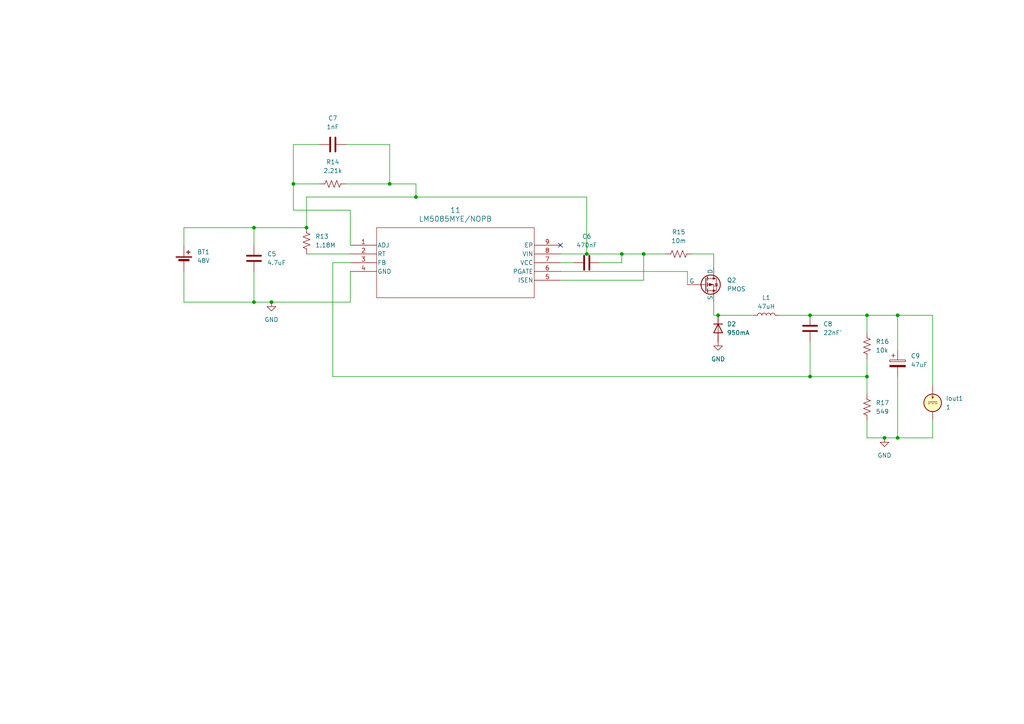
<source format=kicad_sch>
(kicad_sch (version 20231120) (generator "eeschema") (generator_version "8.0")
  (paper "A4")
  (lib_symbols
    (symbol "Device:Battery_Cell" (pin_numbers hide) (pin_names (offset 0) hide)
      (property "Reference" "BT" (at 2.54 2.54 0))
      (property "Value" "Battery_Cell" (at 2.54 0 0))
      (symbol "Battery_Cell_0_1"
        (rectangle (start -2.286 1.778) (end 2.286 1.524) (fill (type outline)))
        (rectangle (start -1.524 1.016) (end 1.524 0.508) (fill (type outline)))
        (polyline (pts (xy 0 0.762) (xy 0 0)))
        (polyline (pts (xy 0 1.778) (xy 0 2.54)))
        (polyline (pts (xy 0.762 3.048) (xy 1.778 3.048)) (stroke (width 0.254)))
        (polyline (pts (xy 1.27 3.556) (xy 1.27 2.54)) (stroke (width 0.254)))
      )
      (symbol "Battery_Cell_1_1"
        (pin passive line (at 0 5.08 270) (length 2.54) (name "+") (number "1"))
        (pin passive line (at 0 -2.54 90) (length 2.54) (name "-") (number "2"))
      )
    )
    (symbol "Device:C" (pin_numbers hide) (pin_names (offset 0.254))
      (property "Reference" "C" (at 0.635 2.54 0))
      (property "Value" "C" (at 0.635 -2.54 0))
      (symbol "C_0_1"
        (polyline (pts (xy -2.032 -0.762) (xy 2.032 -0.762)) (stroke (width 0.508)))
        (polyline (pts (xy -2.032 0.762) (xy 2.032 0.762)) (stroke (width 0.508)))
      )
      (symbol "C_1_1"
        (pin passive line (at 0 3.81 270) (length 2.794) (name "~") (number "1"))
        (pin passive line (at 0 -3.81 90) (length 2.794) (name "~") (number "2"))
      )
    )
    (symbol "Device:C_Polarized" (pin_numbers hide) (pin_names (offset 0.254))
      (property "Reference" "C" (at 0.635 2.54 0))
      (property "Value" "C_Polarized" (at 0.635 -2.54 0))
      (symbol "C_Polarized_0_1"
        (rectangle (start -2.286 0.508) (end 2.286 1.016))
        (polyline (pts (xy -1.778 2.286) (xy -0.762 2.286)))
        (polyline (pts (xy -1.27 2.794) (xy -1.27 1.778)))
        (rectangle (start 2.286 -0.508) (end -2.286 -1.016) (fill (type outline)))
      )
      (symbol "C_Polarized_1_1"
        (pin passive line (at 0 3.81 270) (length 2.794) (name "~") (number "1"))
        (pin passive line (at 0 -3.81 90) (length 2.794) (name "~") (number "2"))
      )
    )
    (symbol "Device:D" (pin_numbers hide) (pin_names (offset 1.016) hide)
      (property "Reference" "D" (at 0 2.54 0))
      (property "Value" "D" (at 0 -2.54 0))
      (symbol "D_0_1"
        (polyline (pts (xy -1.27 1.27) (xy -1.27 -1.27)) (stroke (width 0.254)))
        (polyline (pts (xy 1.27 0) (xy -1.27 0)))
        (polyline (pts (xy 1.27 1.27) (xy 1.27 -1.27) (xy -1.27 0) (xy 1.27 1.27)) (stroke (width 0.254)))
      )
      (symbol "D_1_1"
        (pin passive line (at -3.81 0 0) (length 2.54) (name "K") (number "1"))
        (pin passive line (at 3.81 0 180) (length 2.54) (name "A") (number "2"))
      )
    )
    (symbol "Device:L" (pin_numbers hide) (pin_names (offset 1.016) hide)
      (property "Reference" "L" (at -1.27 0 90))
      (property "Value" "L" (at 1.905 0 90))
      (symbol "L_0_1"
        (arc (start 0 -2.54) (mid 0.6323 -1.905) (end 0 -1.27))
        (arc (start 0 -1.27) (mid 0.6323 -0.635) (end 0 0))
        (arc (start 0 0) (mid 0.6323 0.635) (end 0 1.27))
        (arc (start 0 1.27) (mid 0.6323 1.905) (end 0 2.54))
      )
      (symbol "L_1_1"
        (pin passive line (at 0 3.81 270) (length 1.27) (name "1") (number "1"))
        (pin passive line (at 0 -3.81 90) (length 1.27) (name "2") (number "2"))
      )
    )
    (symbol "Device:R_US" (pin_numbers hide) (pin_names (offset 0))
      (property "Reference" "R" (at 2.54 0 90))
      (property "Value" "R_US" (at -2.54 0 90))
      (symbol "R_US_0_1"
        (polyline (pts (xy 0 -2.286) (xy 0 -2.54)))
        (polyline (pts (xy 0 2.286) (xy 0 2.54)))
        (polyline (pts (xy 0 -0.762) (xy 1.016 -1.143) (xy 0 -1.524) (xy -1.016 -1.905) (xy 0 -2.286)))
        (polyline (pts (xy 0 0.762) (xy 1.016 0.381) (xy 0 0) (xy -1.016 -0.381) (xy 0 -0.762)))
        (polyline (pts (xy 0 2.286) (xy 1.016 1.905) (xy 0 1.524) (xy -1.016 1.143) (xy 0 0.762)))
      )
      (symbol "R_US_1_1"
        (pin passive line (at 0 3.81 270) (length 1.27) (name "~") (number "1"))
        (pin passive line (at 0 -3.81 90) (length 1.27) (name "~") (number "2"))
      )
    )
    (symbol "LM5085:LM5085MYE_NOPB" (pin_names (offset 0.254))
      (property "Value" "LM5085MYE/NOPB" (at 30.48 7.62 0))
      (symbol "LM5085MYE_NOPB_0_1"
        (polyline (pts (xy 7.62 -15.24) (xy 53.34 -15.24)) (stroke (width 0.127)))
        (polyline (pts (xy 7.62 5.08) (xy 7.62 -15.24)) (stroke (width 0.127)))
        (polyline (pts (xy 53.34 -15.24) (xy 53.34 5.08)) (stroke (width 0.127)))
        (polyline (pts (xy 53.34 5.08) (xy 7.62 5.08)) (stroke (width 0.127)))
        (pin passive line (at 0 0 0) (length 7.62) (name "ADJ") (number "1"))
        (pin passive line (at 0 -2.54 0) (length 7.62) (name "RT") (number "2"))
        (pin passive line (at 0 -5.08 0) (length 7.62) (name "FB") (number "3"))
        (pin power_in line (at 0 -7.62 0) (length 7.62) (name "GND") (number "4"))
        (pin passive line (at 60.96 -10.16 180) (length 7.62) (name "ISEN") (number "5"))
        (pin passive line (at 60.96 -7.62 180) (length 7.62) (name "PGATE") (number "6"))
        (pin power_in line (at 60.96 -5.08 180) (length 7.62) (name "VCC") (number "7"))
        (pin passive line (at 60.96 -2.54 180) (length 7.62) (name "VIN") (number "8"))
        (pin passive line (at 60.96 0 180) (length 7.62) (name "EP") (number "9"))
      )
    )
    (symbol "Simulation_SPICE:IDC" (pin_numbers hide) (pin_names (offset 0.0254))
      (property "Reference" "I" (at 2.54 2.54 0))
      (property "Value" "1" (at 2.54 0 0))
      (symbol "IDC_0_0"
        (polyline (pts (xy -1.27 0.254) (xy 1.27 0.254)))
        (polyline (pts (xy -0.762 -0.254) (xy -1.27 -0.254)))
        (polyline (pts (xy 0.254 -0.254) (xy -0.254 -0.254)))
        (polyline (pts (xy 1.27 -0.254) (xy 0.762 -0.254)))
      )
      (symbol "IDC_0_1"
        (polyline (pts (xy 0 1.27) (xy 0 2.286)))
        (polyline (pts (xy -0.254 1.778) (xy 0 1.27) (xy 0.254 1.778)))
        (circle (center 0 0) (radius 2.54) (stroke (width 0.254)) (fill (type background)))
      )
      (symbol "IDC_1_1"
        (pin passive line (at 0 5.08 270) (length 2.54) (name "~") (number "1"))
        (pin passive line (at 0 -5.08 90) (length 2.54) (name "~") (number "2"))
      )
    )
    (symbol "Simulation_SPICE:PMOS" (pin_numbers hide) (pin_names (offset 0))
      (property "Reference" "Q" (at 5.08 1.27 0))
      (property "Value" "PMOS" (at 5.08 -1.27 0))
      (symbol "PMOS_0_1"
        (polyline (pts (xy 0.254 0) (xy -2.54 0)))
        (polyline (pts (xy 0.254 1.905) (xy 0.254 -1.905)) (stroke (width 0.254)))
        (polyline (pts (xy 0.762 -1.27) (xy 0.762 -2.286)) (stroke (width 0.254)))
        (polyline (pts (xy 0.762 0.508) (xy 0.762 -0.508)) (stroke (width 0.254)))
        (polyline (pts (xy 0.762 2.286) (xy 0.762 1.27)) (stroke (width 0.254)))
        (polyline (pts (xy 2.54 2.54) (xy 2.54 1.778)))
        (polyline (pts (xy 2.54 -2.54) (xy 2.54 0) (xy 0.762 0)))
        (polyline (pts (xy 0.762 1.778) (xy 3.302 1.778) (xy 3.302 -1.778) (xy 0.762 -1.778)))
        (polyline (pts (xy 2.286 0) (xy 1.27 0.381) (xy 1.27 -0.381) (xy 2.286 0)) (fill (type outline)))
        (polyline (pts (xy 2.794 -0.508) (xy 2.921 -0.381) (xy 3.683 -0.381) (xy 3.81 -0.254)))
        (polyline (pts (xy 3.302 -0.381) (xy 2.921 0.254) (xy 3.683 0.254) (xy 3.302 -0.381)))
        (circle (center 1.651 0) (radius 2.794) (stroke (width 0.254)))
        (circle (center 2.54 -1.778) (radius 0.254) (fill (type outline)))
        (circle (center 2.54 1.778) (radius 0.254) (fill (type outline)))
      )
      (symbol "PMOS_1_1"
        (pin passive line (at 2.54 5.08 270) (length 2.54) (name "D") (number "1"))
        (pin input line (at -5.08 0 0) (length 2.54) (name "G") (number "2"))
        (pin passive line (at 2.54 -5.08 90) (length 2.54) (name "S") (number "3"))
      )
    )
    (symbol "power:GND" (power) (pin_numbers hide) (pin_names (offset 0) hide)
      (property "Value" "GND" (at 0 -3.81 0))
      (symbol "GND_0_1"
        (polyline (pts (xy 0 0) (xy 0 -1.27) (xy 1.27 -1.27) (xy 0 -2.54) (xy -1.27 -1.27) (xy 0 -1.27)))
      )
      (symbol "GND_1_1"
        (pin power_in line (at 0 0 270) (length 0) (name "~") (number "1"))
      )
    )
  )
  (junction (at 251.46 109.22))
  (junction (at 78.74 87.63))
  (junction (at 186.69 73.66))
  (junction (at 73.66 66.04))
  (junction (at 120.65 57.15))
  (junction (at 234.95 109.22))
  (junction (at 88.9 66.04))
  (junction (at 251.46 91.44))
  (junction (at 113.03 53.34))
  (junction (at 260.35 127))
  (junction (at 234.95 91.44))
  (junction (at 208.28 91.44))
  (junction (at 85.09 53.34))
  (junction (at 170.18 73.66))
  (junction (at 73.66 87.63))
  (junction (at 260.35 91.44))
  (junction (at 180.34 73.66))
  (junction (at 256.54 127))
  (no_connect (at 162.56 71.12))
  (wire (pts (xy 101.6 60.96) (xy 85.09 60.96)))
  (wire (pts (xy 162.56 78.74) (xy 199.39 78.74)))
  (wire (pts (xy 113.03 53.34) (xy 120.65 53.34)))
  (wire (pts (xy 170.18 73.66) (xy 180.34 73.66)))
  (wire (pts (xy 234.95 109.22) (xy 251.46 109.22)))
  (wire (pts (xy 256.54 127) (xy 260.35 127)))
  (wire (pts (xy 207.01 73.66) (xy 207.01 77.47)))
  (wire (pts (xy 180.34 76.2) (xy 180.34 73.66)))
  (wire (pts (xy 120.65 57.15) (xy 170.18 57.15)))
  (wire (pts (xy 101.6 71.12) (xy 101.6 60.96)))
  (wire (pts (xy 85.09 41.91) (xy 92.71 41.91)))
  (wire (pts (xy 208.28 91.44) (xy 218.44 91.44)))
  (wire (pts (xy 260.35 109.22) (xy 260.35 127)))
  (wire (pts (xy 199.39 78.74) (xy 199.39 82.55)))
  (wire (pts (xy 251.46 104.14) (xy 251.46 109.22)))
  (wire (pts (xy 73.66 66.04) (xy 73.66 71.12)))
  (wire (pts (xy 251.46 127) (xy 256.54 127)))
  (wire (pts (xy 251.46 91.44) (xy 260.35 91.44)))
  (wire (pts (xy 88.9 66.04) (xy 88.9 57.15)))
  (wire (pts (xy 180.34 73.66) (xy 186.69 73.66)))
  (wire (pts (xy 251.46 96.52) (xy 251.46 91.44)))
  (wire (pts (xy 200.66 73.66) (xy 207.01 73.66)))
  (wire (pts (xy 53.34 78.74) (xy 53.34 87.63)))
  (wire (pts (xy 53.34 66.04) (xy 73.66 66.04)))
  (wire (pts (xy 170.18 57.15) (xy 170.18 73.66)))
  (wire (pts (xy 260.35 91.44) (xy 270.51 91.44)))
  (wire (pts (xy 100.33 53.34) (xy 113.03 53.34)))
  (wire (pts (xy 234.95 91.44) (xy 251.46 91.44)))
  (wire (pts (xy 120.65 53.34) (xy 120.65 57.15)))
  (wire (pts (xy 162.56 76.2) (xy 166.37 76.2)))
  (wire (pts (xy 270.51 121.92) (xy 270.51 127)))
  (wire (pts (xy 234.95 99.06) (xy 234.95 109.22)))
  (wire (pts (xy 260.35 127) (xy 270.51 127)))
  (wire (pts (xy 251.46 109.22) (xy 251.46 114.3)))
  (wire (pts (xy 53.34 87.63) (xy 73.66 87.63)))
  (wire (pts (xy 88.9 57.15) (xy 120.65 57.15)))
  (wire (pts (xy 73.66 66.04) (xy 88.9 66.04)))
  (wire (pts (xy 162.56 73.66) (xy 170.18 73.66)))
  (wire (pts (xy 73.66 78.74) (xy 73.66 87.63)))
  (wire (pts (xy 173.99 76.2) (xy 180.34 76.2)))
  (wire (pts (xy 251.46 121.92) (xy 251.46 127)))
  (wire (pts (xy 162.56 81.28) (xy 186.69 81.28)))
  (wire (pts (xy 260.35 91.44) (xy 260.35 101.6)))
  (wire (pts (xy 113.03 41.91) (xy 113.03 53.34)))
  (wire (pts (xy 100.33 41.91) (xy 113.03 41.91)))
  (wire (pts (xy 207.01 87.63) (xy 207.01 91.44)))
  (wire (pts (xy 208.28 91.44) (xy 207.01 91.44)))
  (wire (pts (xy 78.74 87.63) (xy 101.6 87.63)))
  (wire (pts (xy 186.69 73.66) (xy 193.04 73.66)))
  (wire (pts (xy 88.9 73.66) (xy 101.6 73.66)))
  (wire (pts (xy 270.51 91.44) (xy 270.51 111.76)))
  (wire (pts (xy 101.6 87.63) (xy 101.6 78.74)))
  (wire (pts (xy 226.06 91.44) (xy 234.95 91.44)))
  (wire (pts (xy 85.09 53.34) (xy 85.09 41.91)))
  (wire (pts (xy 96.52 109.22) (xy 234.95 109.22)))
  (wire (pts (xy 96.52 76.2) (xy 96.52 109.22)))
  (wire (pts (xy 85.09 53.34) (xy 92.71 53.34)))
  (wire (pts (xy 53.34 71.12) (xy 53.34 66.04)))
  (wire (pts (xy 101.6 76.2) (xy 96.52 76.2)))
  (wire (pts (xy 73.66 87.63) (xy 78.74 87.63)))
  (wire (pts (xy 85.09 60.96) (xy 85.09 53.34)))
  (wire (pts (xy 186.69 81.28) (xy 186.69 73.66)))
  (symbol (lib_id "Device:Battery_Cell") (at 53.34 76.2 0) (unit 1)
    (property "Reference" "BT1" (at 57.15 73.0884 0) (effects (justify left)))
    (property "Value" "48V" (at 57.15 75.6284 0) (effects (justify left)))
    (property "Description" "Single-cell battery" (effects (hide yes)))
  )
  (symbol (lib_id "power:GND") (at 256.54 127 0) (unit 1)
    (property "Reference" "#PWR011" (effects (hide yes)))
    (property "Value" "GND" (at 256.54 132.08 0))
    (property "Description" "Power symbol creates a global label with name \"GND\" , ground" (effects (hide yes)))
  )
  (symbol (lib_id "Device:L") (at 222.25 91.44 90) (unit 1)
    (property "Reference" "L1" (at 222.25 86.36 90))
    (property "Value" "47uH" (at 222.25 88.9 90))
    (property "Description" "Inductor" (effects (hide yes)))
  )
  (symbol (lib_id "Device:C") (at 170.18 76.2 90) (unit 1)
    (property "Reference" "C6" (at 170.18 68.58 90))
    (property "Value" "470nF" (at 170.18 71.12 90))
    (property "Description" "Unpolarized capacitor" (effects (hide yes)))
  )
  (symbol (lib_id "Device:R_US") (at 251.46 100.33 0) (unit 1)
    (property "Reference" "R16" (at 254 99.0599 0) (effects (justify left)))
    (property "Value" "10k" (at 254 101.5999 0) (effects (justify left)))
    (property "Footprint" "Resistor_SMD:R_0603_1608Metric_Pad0.98x0.95mm_HandSolder" (effects (hide yes)))
    (property "Description" "Resistor, US symbol" (effects (hide yes)))
  )
  (symbol (lib_id "Device:R_US") (at 251.46 118.11 0) (unit 1)
    (property "Reference" "R17" (at 254 116.8399 0) (effects (justify left)))
    (property "Value" "549" (at 254 119.3799 0) (effects (justify left)))
    (property "Footprint" "Resistor_SMD:R_0603_1608Metric_Pad0.98x0.95mm_HandSolder" (effects (hide yes)))
    (property "Description" "Resistor, US symbol" (effects (hide yes)))
  )
  (symbol (lib_id "Device:C") (at 73.66 74.93 0) (unit 1)
    (property "Reference" "C5" (at 77.47 73.6599 0) (effects (justify left)))
    (property "Value" "4.7uF" (at 77.47 76.1999 0) (effects (justify left)))
    (property "Description" "Unpolarized capacitor" (effects (hide yes)))
  )
  (symbol (lib_id "power:GND") (at 208.28 99.06 0) (unit 1)
    (property "Reference" "#PWR010" (effects (hide yes)))
    (property "Value" "GND" (at 208.28 104.14 0))
    (property "Description" "Power symbol creates a global label with name \"GND\" , ground" (effects (hide yes)))
  )
  (symbol (lib_id "Device:C_Polarized") (at 260.35 105.41 0) (unit 1)
    (property "Reference" "C9" (at 264.16 103.2509 0) (effects (justify left)))
    (property "Value" "47uF" (at 264.16 105.7909 0) (effects (justify left)))
    (property "Description" "Polarized capacitor" (effects (hide yes)))
  )
  (symbol (lib_id "Device:D") (at 208.28 95.25 270) (unit 1)
    (property "Reference" "D2" (at 210.82 93.9799 90) (effects (justify left)))
    (property "Value" "950mA" (at 210.82 96.5199 90) (effects (justify left)))
    (property "Description" "Diode" (effects (hide yes)))
    (property "Sim.Device" "D" (effects (hide yes)))
    (property "Sim.Pins" "1=K 2=A" (effects (hide yes)))
  )
  (symbol (lib_id "power:GND") (at 78.74 87.63 0) (unit 1)
    (property "Reference" "#PWR09" (effects (hide yes)))
    (property "Value" "GND" (at 78.74 92.71 0))
    (property "Description" "Power symbol creates a global label with name \"GND\" , ground" (effects (hide yes)))
  )
  (symbol (lib_id "Device:R_US") (at 196.85 73.66 270) (unit 1)
    (property "Reference" "R15" (at 196.85 67.31 90))
    (property "Value" "10m" (at 196.85 69.85 90))
    (property "Footprint" "Resistor_SMD:R_0603_1608Metric_Pad0.98x0.95mm_HandSolder" (effects (hide yes)))
    (property "Description" "Resistor, US symbol" (effects (hide yes)))
  )
  (symbol (lib_id "Device:R_US") (at 88.9 69.85 0) (unit 1)
    (property "Reference" "R13" (at 91.44 68.5799 0) (effects (justify left)))
    (property "Value" "1.18M" (at 91.44 71.1199 0) (effects (justify left)))
    (property "Footprint" "Resistor_SMD:R_0603_1608Metric_Pad0.98x0.95mm_HandSolder" (effects (hide yes)))
    (property "Description" "Resistor, US symbol" (effects (hide yes)))
  )
  (symbol (lib_id "Simulation_SPICE:IDC") (at 270.51 116.84 0) (unit 1)
    (property "Reference" "Iout1" (at 274.32 115.5699 0) (effects (justify left)))
    (property "Value" "1" (at 274.32 118.1099 0) (effects (justify left)))
    (property "Datasheet" "https://ngspice.sourceforge.io/docs/ngspice-html-manual/manual.xhtml#sec_Independent_Sources_for" (effects (hide yes)))
    (property "Description" "Current source, DC" (effects (hide yes)))
    (property "Sim.Pins" "1=+ 2=-" (effects (hide yes)))
    (property "Sim.Type" "DC" (effects (hide yes)))
    (property "Sim.Device" "I" (effects (hide yes)))
  )
  (symbol (lib_id "Device:C") (at 234.95 95.25 0) (unit 1)
    (property "Reference" "C8" (at 238.76 93.9799 0) (effects (justify left)))
    (property "Value" "22nF'" (at 238.76 96.5199 0) (effects (justify left)))
    (property "Description" "Unpolarized capacitor" (effects (hide yes)))
  )
  (symbol (lib_id "LM5085:LM5085MYE_NOPB") (at 101.6 71.12 0) (unit 1)
    (property "Reference" "11" (at 132.08 60.96 0) (effects (font (size 1.524 1.524))))
    (property "Value" "LM5085MYE/NOPB" (at 132.08 63.5 0) (effects (font (size 1.524 1.524))))
    (property "Datasheet" "LM5085MYE/NOPB" (effects (hide yes)))
  )
  (symbol (lib_id "Device:C") (at 96.52 41.91 90) (unit 1)
    (property "Reference" "C7" (at 96.52 34.29 90))
    (property "Value" "1nF" (at 96.52 36.83 90))
    (property "Description" "Unpolarized capacitor" (effects (hide yes)))
  )
  (symbol (lib_id "Simulation_SPICE:PMOS") (at 204.47 82.55 0) (unit 1)
    (property "Reference" "Q2" (at 210.82 81.2799 0) (effects (justify left)))
    (property "Value" "PMOS" (at 210.82 83.8199 0) (effects (justify left)))
    (property "Datasheet" "https://ngspice.sourceforge.io/docs/ngspice-html-manual/manual.xhtml#cha_MOSFETs" (effects (hide yes)))
    (property "Description" "P-MOSFET transistor, drain/source/gate" (effects (hide yes)))
    (property "Sim.Device" "PMOS" (effects (hide yes)))
    (property "Sim.Type" "VDMOS" (effects (hide yes)))
    (property "Sim.Pins" "1=D 2=G 3=S" (effects (hide yes)))
  )
  (symbol (lib_id "Device:R_US") (at 96.52 53.34 270) (unit 1)
    (property "Reference" "R14" (at 96.52 46.99 90))
    (property "Value" "2.21k" (at 96.52 49.53 90))
    (property "Footprint" "Resistor_SMD:R_0603_1608Metric_Pad0.98x0.95mm_HandSolder" (effects (hide yes)))
    (property "Description" "Resistor, US symbol" (effects (hide yes)))
  )
)
</source>
